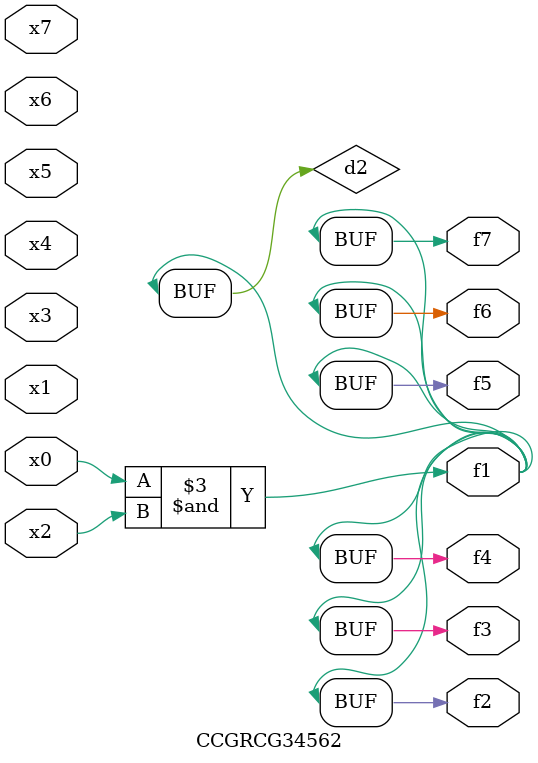
<source format=v>
module CCGRCG34562(
	input x0, x1, x2, x3, x4, x5, x6, x7,
	output f1, f2, f3, f4, f5, f6, f7
);

	wire d1, d2;

	nor (d1, x3, x6);
	and (d2, x0, x2);
	assign f1 = d2;
	assign f2 = d2;
	assign f3 = d2;
	assign f4 = d2;
	assign f5 = d2;
	assign f6 = d2;
	assign f7 = d2;
endmodule

</source>
